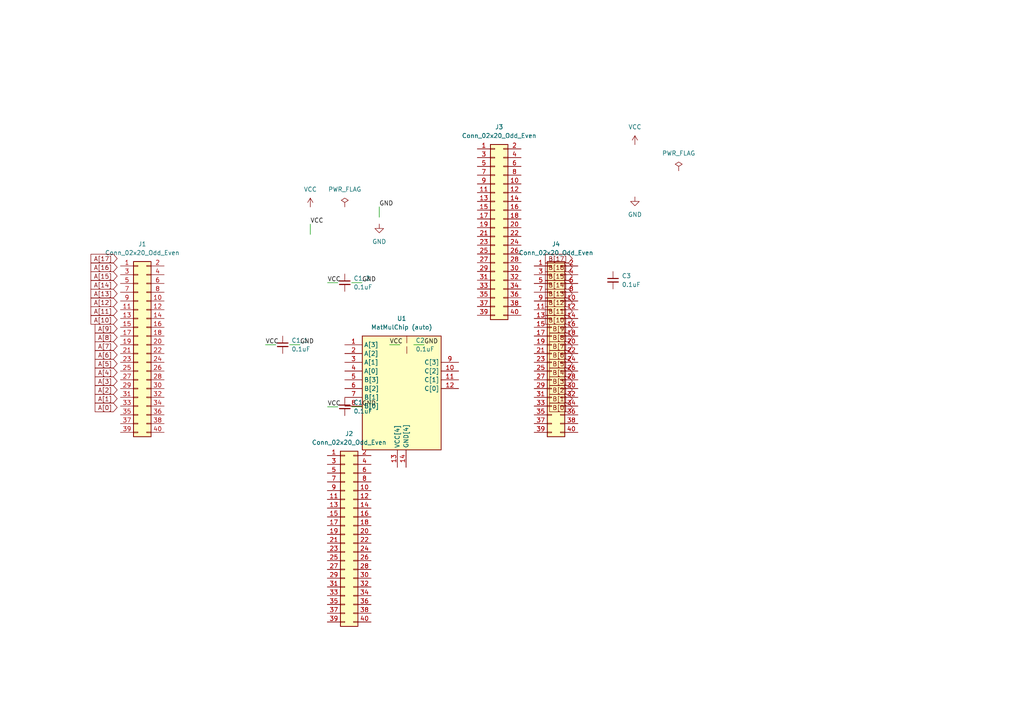
<source format=kicad_sch>
(kicad_sch (version 20250114) (generator "eeschema") (generator_version "9.0")
  (paper "A4")
  (title_block (title "MatMulChip Auto") (date "2025-08-17"))
  (lib_symbols
    (symbol "Connector_Generic:Conn_02x20_Odd_Even" (pin_names (offset 1.016) (hide yes))
      (property "Reference" "J" (at 1.27 25.4 0))
      (property "Value" "Conn_02x20_Odd_Even" (at 1.27 -27.94 0))
      (symbol "Conn_02x20_Odd_Even_1_1"
        (rectangle (start -1.27 24.13) (end 3.81 -26.67) (stroke (width 0.254)) (fill (type background)))
        (rectangle (start -1.27 22.987) (end 0 22.733) (stroke (width 0.1524)))
        (rectangle (start -1.27 20.447) (end 0 20.193) (stroke (width 0.1524)))
        (rectangle (start -1.27 17.907) (end 0 17.653) (stroke (width 0.1524)))
        (rectangle (start -1.27 15.367) (end 0 15.113) (stroke (width 0.1524)))
        (rectangle (start -1.27 12.827) (end 0 12.573) (stroke (width 0.1524)))
        (rectangle (start -1.27 10.287) (end 0 10.033) (stroke (width 0.1524)))
        (rectangle (start -1.27 7.747) (end 0 7.493) (stroke (width 0.1524)))
        (rectangle (start -1.27 5.207) (end 0 4.953) (stroke (width 0.1524)))
        (rectangle (start -1.27 2.667) (end 0 2.413) (stroke (width 0.1524)))
        (rectangle (start -1.27 0.127) (end 0 -0.127) (stroke (width 0.1524)))
        (rectangle (start -1.27 -2.413) (end 0 -2.667) (stroke (width 0.1524)))
        (rectangle (start -1.27 -4.953) (end 0 -5.207) (stroke (width 0.1524)))
        (rectangle (start -1.27 -7.493) (end 0 -7.747) (stroke (width 0.1524)))
        (rectangle (start -1.27 -10.033) (end 0 -10.287) (stroke (width 0.1524)))
        (rectangle (start -1.27 -12.573) (end 0 -12.827) (stroke (width 0.1524)))
        (rectangle (start -1.27 -15.113) (end 0 -15.367) (stroke (width 0.1524)))
        (rectangle (start -1.27 -17.653) (end 0 -17.907) (stroke (width 0.1524)))
        (rectangle (start -1.27 -20.193) (end 0 -20.447) (stroke (width 0.1524)))
        (rectangle (start -1.27 -22.733) (end 0 -22.987) (stroke (width 0.1524)))
        (rectangle (start -1.27 -25.273) (end 0 -25.527) (stroke (width 0.1524)))
        (rectangle (start 3.81 22.987) (end 2.54 22.733) (stroke (width 0.1524)))
        (rectangle (start 3.81 20.447) (end 2.54 20.193) (stroke (width 0.1524)))
        (rectangle (start 3.81 17.907) (end 2.54 17.653) (stroke (width 0.1524)))
        (rectangle (start 3.81 15.367) (end 2.54 15.113) (stroke (width 0.1524)))
        (rectangle (start 3.81 12.827) (end 2.54 12.573) (stroke (width 0.1524)))
        (rectangle (start 3.81 10.287) (end 2.54 10.033) (stroke (width 0.1524)))
        (rectangle (start 3.81 7.747) (end 2.54 7.493) (stroke (width 0.1524)))
        (rectangle (start 3.81 5.207) (end 2.54 4.953) (stroke (width 0.1524)))
        (rectangle (start 3.81 2.667) (end 2.54 2.413) (stroke (width 0.1524)))
        (rectangle (start 3.81 0.127) (end 2.54 -0.127) (stroke (width 0.1524)))
        (rectangle (start 3.81 -2.413) (end 2.54 -2.667) (stroke (width 0.1524)))
        (rectangle (start 3.81 -4.953) (end 2.54 -5.207) (stroke (width 0.1524)))
        (rectangle (start 3.81 -7.493) (end 2.54 -7.747) (stroke (width 0.1524)))
        (rectangle (start 3.81 -10.033) (end 2.54 -10.287) (stroke (width 0.1524)))
        (rectangle (start 3.81 -12.573) (end 2.54 -12.827) (stroke (width 0.1524)))
        (rectangle (start 3.81 -15.113) (end 2.54 -15.367) (stroke (width 0.1524)))
        (rectangle (start 3.81 -17.653) (end 2.54 -17.907) (stroke (width 0.1524)))
        (rectangle (start 3.81 -20.193) (end 2.54 -20.447) (stroke (width 0.1524)))
        (rectangle (start 3.81 -22.733) (end 2.54 -22.987) (stroke (width 0.1524)))
        (rectangle (start 3.81 -25.273) (end 2.54 -25.527) (stroke (width 0.1524)))
        (pin passive line (at -5.08 22.86 0) (length 3.81) (name "Pin_1") (number "1"))
        (pin passive line (at -5.08 20.32 0) (length 3.81) (name "Pin_3") (number "3"))
        (pin passive line (at -5.08 17.78 0) (length 3.81) (name "Pin_5") (number "5"))
        (pin passive line (at -5.08 15.24 0) (length 3.81) (name "Pin_7") (number "7"))
        (pin passive line (at -5.08 12.7 0) (length 3.81) (name "Pin_9") (number "9"))
        (pin passive line (at -5.08 10.16 0) (length 3.81) (name "Pin_11") (number "11"))
        (pin passive line (at -5.08 7.62 0) (length 3.81) (name "Pin_13") (number "13"))
        (pin passive line (at -5.08 5.08 0) (length 3.81) (name "Pin_15") (number "15"))
        (pin passive line (at -5.08 2.54 0) (length 3.81) (name "Pin_17") (number "17"))
        (pin passive line (at -5.08 0 0) (length 3.81) (name "Pin_19") (number "19"))
        (pin passive line (at -5.08 -2.54 0) (length 3.81) (name "Pin_21") (number "21"))
        (pin passive line (at -5.08 -5.08 0) (length 3.81) (name "Pin_23") (number "23"))
        (pin passive line (at -5.08 -7.62 0) (length 3.81) (name "Pin_25") (number "25"))
        (pin passive line (at -5.08 -10.16 0) (length 3.81) (name "Pin_27") (number "27"))
        (pin passive line (at -5.08 -12.7 0) (length 3.81) (name "Pin_29") (number "29"))
        (pin passive line (at -5.08 -15.24 0) (length 3.81) (name "Pin_31") (number "31"))
        (pin passive line (at -5.08 -17.78 0) (length 3.81) (name "Pin_33") (number "33"))
        (pin passive line (at -5.08 -20.32 0) (length 3.81) (name "Pin_35") (number "35"))
        (pin passive line (at -5.08 -22.86 0) (length 3.81) (name "Pin_37") (number "37"))
        (pin passive line (at -5.08 -25.4 0) (length 3.81) (name "Pin_39") (number "39"))
        (pin passive line (at 7.62 22.86 180) (length 3.81) (name "Pin_2") (number "2"))
        (pin passive line (at 7.62 20.32 180) (length 3.81) (name "Pin_4") (number "4"))
        (pin passive line (at 7.62 17.78 180) (length 3.81) (name "Pin_6") (number "6"))
        (pin passive line (at 7.62 15.24 180) (length 3.81) (name "Pin_8") (number "8"))
        (pin passive line (at 7.62 12.7 180) (length 3.81) (name "Pin_10") (number "10"))
        (pin passive line (at 7.62 10.16 180) (length 3.81) (name "Pin_12") (number "12"))
        (pin passive line (at 7.62 7.62 180) (length 3.81) (name "Pin_14") (number "14"))
        (pin passive line (at 7.62 5.08 180) (length 3.81) (name "Pin_16") (number "16"))
        (pin passive line (at 7.62 2.54 180) (length 3.81) (name "Pin_18") (number "18"))
        (pin passive line (at 7.62 0 180) (length 3.81) (name "Pin_20") (number "20"))
        (pin passive line (at 7.62 -2.54 180) (length 3.81) (name "Pin_22") (number "22"))
        (pin passive line (at 7.62 -5.08 180) (length 3.81) (name "Pin_24") (number "24"))
        (pin passive line (at 7.62 -7.62 180) (length 3.81) (name "Pin_26") (number "26"))
        (pin passive line (at 7.62 -10.16 180) (length 3.81) (name "Pin_28") (number "28"))
        (pin passive line (at 7.62 -12.7 180) (length 3.81) (name "Pin_30") (number "30"))
        (pin passive line (at 7.62 -15.24 180) (length 3.81) (name "Pin_32") (number "32"))
        (pin passive line (at 7.62 -17.78 180) (length 3.81) (name "Pin_34") (number "34"))
        (pin passive line (at 7.62 -20.32 180) (length 3.81) (name "Pin_36") (number "36"))
        (pin passive line (at 7.62 -22.86 180) (length 3.81) (name "Pin_38") (number "38"))
        (pin passive line (at 7.62 -25.4 180) (length 3.81) (name "Pin_40") (number "40"))
      )
    )
    (symbol "Device:C_Small" (pin_numbers (hide yes)) (pin_names (offset 0.254) (hide yes))
      (property "Reference" "C" (at 0.254 1.778 0))
      (property "Value" "C_Small" (at 0.254 -2.032 0))
      (symbol "C_Small_0_1"
        (polyline (pts (xy -1.524 0.508) (xy 1.524 0.508)) (stroke (width 0.3048)))
        (polyline (pts (xy -1.524 -0.508) (xy 1.524 -0.508)) (stroke (width 0.3302)))
      )
      (symbol "C_Small_1_1"
        (pin passive line (at 0 2.54 270) (length 2.032) (name "~") (number "1"))
        (pin passive line (at 0 -2.54 90) (length 2.032) (name "~") (number "2"))
      )
    )
    (symbol "MatMulChip"
      (property "Reference" "U" (at 5.08 6.35 0))
      (property "Value" "MatMulChip" (at 5.08 3.81 0))
      (symbol "MatMulChip_1_1"
        (rectangle (start 5.08 2.54) (end 27.94 -30.48) (stroke (width 0.254)) (fill (type background)))
        (pin input line (at 0 0 0) (length 5.08) (name "A[3]") (number "1"))
        (pin input line (at 0 -2.54 0) (length 5.08) (name "A[2]") (number "2"))
        (pin input line (at 0 -5.08 0) (length 5.08) (name "A[1]") (number "3"))
        (pin input line (at 0 -7.62 0) (length 5.08) (name "A[0]") (number "4"))
        (pin input line (at 0 -10.16 0) (length 5.08) (name "B[3]") (number "5"))
        (pin input line (at 0 -12.7 0) (length 5.08) (name "B[2]") (number "6"))
        (pin input line (at 0 -15.24 0) (length 5.08) (name "B[1]") (number "7"))
        (pin input line (at 0 -17.78 0) (length 5.08) (name "B[0]") (number "8"))
        (pin power_in line (at 15.24 -35.56 90) (length 5.08) (name "VCC[4]") (number "13"))
        (pin passive line (at 15.24 -35.56 90) (length 5.08) (hide yes) (name "VCC[4]") (number "15"))
        (pin passive line (at 15.24 -35.56 90) (length 5.08) (hide yes) (name "VCC[4]") (number "17"))
        (pin passive line (at 15.24 -35.56 90) (length 5.08) (hide yes) (name "VCC[4]") (number "19"))
        (pin power_in line (at 17.78 -35.56 90) (length 5.08) (name "GND[4]") (number "14"))
        (pin passive line (at 17.78 -35.56 90) (length 5.08) (hide yes) (name "GND[4]") (number "16"))
        (pin passive line (at 17.78 -35.56 90) (length 5.08) (hide yes) (name "GND[4]") (number "18"))
        (pin passive line (at 17.78 -35.56 90) (length 5.08) (hide yes) (name "GND[4]") (number "20"))
        (pin output line (at 33.02 -5.08 180) (length 5.08) (name "C[3]") (number "9"))
        (pin output line (at 33.02 -7.62 180) (length 5.08) (name "C[2]") (number "10"))
        (pin output line (at 33.02 -10.16 180) (length 5.08) (name "C[1]") (number "11"))
        (pin output line (at 33.02 -12.7 180) (length 5.08) (name "C[0]") (number "12"))
      )
    )
    (symbol "power:GND" (power) (pin_numbers (hide yes)) (pin_names (offset 0) (hide yes))
      (property "Value" "GND" (at 0 -3.81 0))
      (symbol "GND_0_1"
        (polyline (pts (xy 0 0) (xy 0 -1.27) (xy 1.27 -1.27) (xy 0 -2.54) (xy -1.27 -1.27) (xy 0 -1.27)))
      )
      (symbol "GND_1_1"
        (pin power_in line (at 0 0 270) (length 0) (name "~") (number "1"))
      )
    )
    (symbol "power:PWR_FLAG" (power) (pin_numbers (hide yes)) (pin_names (offset 0) (hide yes))
      (property "Value" "PWR_FLAG" (at 0 3.81 0))
      (symbol "PWR_FLAG_0_0"
        (pin power_out line (at 0 0 90) (length 0) (name "~") (number "1"))
      )
      (symbol "PWR_FLAG_0_1"
        (polyline (pts (xy 0 0) (xy 0 1.27) (xy -1.016 1.905) (xy 0 2.54) (xy 1.016 1.905) (xy 0 1.27)))
      )
    )
    (symbol "power:VCC" (power) (pin_numbers (hide yes)) (pin_names (offset 0) (hide yes))
      (property "Value" "VCC" (at 0 3.556 0))
      (symbol "VCC_0_1"
        (polyline (pts (xy -0.762 1.27) (xy 0 2.54)))
        (polyline (pts (xy 0 2.54) (xy 0.762 1.27)))
        (polyline (pts (xy 0 0) (xy 0 2.54)))
      )
      (symbol "VCC_1_1"
        (pin power_in line (at 0 0 90) (length 0) (name "~") (number "1"))
      )
    )
  )
  (wire (pts (xy 105 118) (xy 102 118)))
  (wire (pts (xy 123 100) (xy 120 100)))
  (wire (pts (xy 77 100) (xy 80 100)))
  (wire (pts (xy 90 65) (xy 90 68)))
  (wire (pts (xy 87 100) (xy 84 100)))
  (wire (pts (xy 95 118) (xy 98 118)))
  (wire (pts (xy 113 100) (xy 116 100)))
  (wire (pts (xy 110 60) (xy 110 63)))
  (wire (pts (xy 105 82) (xy 102 82)))
  (wire (pts (xy 95 82) (xy 98 82)))
  (label "VCC" (at 95 82 0))
  (label "GND" (at 87 100 0))
  (label "VCC" (at 113 100 0))
  (label "VCC" (at 77 100 0))
  (label "GND" (at 123 100 0))
  (label "GND" (at 105 82 0))
  (label "GND" (at 110 60 0))
  (label "VCC" (at 90 65 0))
  (label "VCC" (at 95 118 0))
  (label "GND" (at 105 118 0))
  (global_label "A[1]" (shape input) (at 34 115.64 180) (property "Intersheetrefs" "${INTERSHEET_REFS}" (effects (hide yes))))
  (global_label "A[15]" (shape input) (at 34 80.08 180) (property "Intersheetrefs" "${INTERSHEET_REFS}" (effects (hide yes))))
  (global_label "A[8]" (shape input) (at 34 97.86 180) (property "Intersheetrefs" "${INTERSHEET_REFS}" (effects (hide yes))))
  (global_label "B[12]" (shape input) (at 166 87.7 180) (property "Intersheetrefs" "${INTERSHEET_REFS}" (effects (hide yes))))
  (global_label "B[1]" (shape input) (at 166 115.64 180) (property "Intersheetrefs" "${INTERSHEET_REFS}" (effects (hide yes))))
  (global_label "A[9]" (shape input) (at 34 95.32 180) (property "Intersheetrefs" "${INTERSHEET_REFS}" (effects (hide yes))))
  (global_label "A[11]" (shape input) (at 34 90.24 180) (property "Intersheetrefs" "${INTERSHEET_REFS}" (effects (hide yes))))
  (global_label "A[7]" (shape input) (at 34 100.4 180) (property "Intersheetrefs" "${INTERSHEET_REFS}" (effects (hide yes))))
  (global_label "A[10]" (shape input) (at 34 92.78 180) (property "Intersheetrefs" "${INTERSHEET_REFS}" (effects (hide yes))))
  (global_label "B[7]" (shape input) (at 166 100.4 180) (property "Intersheetrefs" "${INTERSHEET_REFS}" (effects (hide yes))))
  (global_label "B[2]" (shape input) (at 166 113.1 180) (property "Intersheetrefs" "${INTERSHEET_REFS}" (effects (hide yes))))
  (global_label "A[5]" (shape input) (at 34 105.48 180) (property "Intersheetrefs" "${INTERSHEET_REFS}" (effects (hide yes))))
  (global_label "B[16]" (shape input) (at 166 77.54 180) (property "Intersheetrefs" "${INTERSHEET_REFS}" (effects (hide yes))))
  (global_label "B[6]" (shape input) (at 166 102.94 180) (property "Intersheetrefs" "${INTERSHEET_REFS}" (effects (hide yes))))
  (global_label "A[6]" (shape input) (at 34 102.94 180) (property "Intersheetrefs" "${INTERSHEET_REFS}" (effects (hide yes))))
  (global_label "A[17]" (shape input) (at 34 75 180) (property "Intersheetrefs" "${INTERSHEET_REFS}" (effects (hide yes))))
  (global_label "B[4]" (shape input) (at 166 108.02 180) (property "Intersheetrefs" "${INTERSHEET_REFS}" (effects (hide yes))))
  (global_label "B[11]" (shape input) (at 166 90.24 180) (property "Intersheetrefs" "${INTERSHEET_REFS}" (effects (hide yes))))
  (global_label "B[14]" (shape input) (at 166 82.62 180) (property "Intersheetrefs" "${INTERSHEET_REFS}" (effects (hide yes))))
  (global_label "A[4]" (shape input) (at 34 108.02 180) (property "Intersheetrefs" "${INTERSHEET_REFS}" (effects (hide yes))))
  (global_label "A[14]" (shape input) (at 34 82.62 180) (property "Intersheetrefs" "${INTERSHEET_REFS}" (effects (hide yes))))
  (global_label "A[2]" (shape input) (at 34 113.1 180) (property "Intersheetrefs" "${INTERSHEET_REFS}" (effects (hide yes))))
  (global_label "B[15]" (shape input) (at 166 80.08 180) (property "Intersheetrefs" "${INTERSHEET_REFS}" (effects (hide yes))))
  (global_label "A[3]" (shape input) (at 34 110.56 180) (property "Intersheetrefs" "${INTERSHEET_REFS}" (effects (hide yes))))
  (global_label "A[13]" (shape input) (at 34 85.16 180) (property "Intersheetrefs" "${INTERSHEET_REFS}" (effects (hide yes))))
  (global_label "B[0]" (shape input) (at 166 118.18 180) (property "Intersheetrefs" "${INTERSHEET_REFS}" (effects (hide yes))))
  (global_label "B[3]" (shape input) (at 166 110.56 180) (property "Intersheetrefs" "${INTERSHEET_REFS}" (effects (hide yes))))
  (global_label "B[8]" (shape input) (at 166 97.86 180) (property "Intersheetrefs" "${INTERSHEET_REFS}" (effects (hide yes))))
  (global_label "A[0]" (shape input) (at 34 118.18 180) (property "Intersheetrefs" "${INTERSHEET_REFS}" (effects (hide yes))))
  (global_label "B[9]" (shape input) (at 166 95.32 180) (property "Intersheetrefs" "${INTERSHEET_REFS}" (effects (hide yes))))
  (global_label "B[13]" (shape input) (at 166 85.16 180) (property "Intersheetrefs" "${INTERSHEET_REFS}" (effects (hide yes))))
  (global_label "B[17]" (shape input) (at 166 75 180) (property "Intersheetrefs" "${INTERSHEET_REFS}" (effects (hide yes))))
  (global_label "A[16]" (shape input) (at 34 77.54 180) (property "Intersheetrefs" "${INTERSHEET_REFS}" (effects (hide yes))))
  (global_label "B[10]" (shape input) (at 166 92.78 180) (property "Intersheetrefs" "${INTERSHEET_REFS}" (effects (hide yes))))
  (global_label "A[12]" (shape input) (at 34 87.7 180) (property "Intersheetrefs" "${INTERSHEET_REFS}" (effects (hide yes))))
  (global_label "B[5]" (shape input) (at 166 105.48 180) (property "Intersheetrefs" "${INTERSHEET_REFS}" (effects (hide yes))))
  (symbol (lib_id "power:GND") (at 110 65 0) (unit 1)
    (property "Reference" "#PWR02" (effects (hide yes)))
    (property "Value" "GND" (at 110 70.08 0))
    (property "Description" "Power symbol creates a global label with name \"GND\" , ground" (effects (hide yes)))
  )
  (symbol (lib_id "power:VCC") (at 184.15 41.91 0) (unit 1)
    (property "Reference" "#PWR03" (effects (hide yes)))
    (property "Value" "VCC" (at 184.15 36.83 0))
    (property "Description" "Power symbol creates a global label with name \"VCC\"" (effects (hide yes)))
  )
  (symbol (lib_id "Device:C_Small") (at 118 100 0) (unit 1)
    (property "Reference" "C2" (at 120.54 98.7362 0) (effects (justify left)))
    (property "Value" "0.1uF" (at 120.54 101.2762 0) (effects (justify left)))
    (property "Footprint" "Capacitor_SMD:C_0603_1608Metric" (effects (hide yes)))
    (property "Description" "Unpolarized capacitor, small symbol" (effects (hide yes)))
  )
  (symbol (lib_id "power:VCC") (at 90 60 0) (unit 1)
    (property "Reference" "#PWR01" (effects (hide yes)))
    (property "Value" "VCC" (at 90 54.92 0))
    (property "Description" "Power symbol creates a global label with name \"VCC\"" (effects (hide yes)))
  )
  (symbol (lib_id "power:PWR_FLAG") (at 100 60 0) (unit 1)
    (property "Reference" "#FLG01" (effects (hide yes)))
    (property "Value" "PWR_FLAG" (at 100 54.92 0))
    (property "Description" "Special symbol for telling ERC where power comes from" (effects (hide yes)))
  )
  (symbol (lib_id "Device:C_Small") (at 100 82 0) (unit 1)
    (property "Reference" "C1_2" (at 102.54 80.7362 0) (effects (justify left)))
    (property "Value" "0.1uF" (at 102.54 83.2762 0) (effects (justify left)))
    (property "Footprint" "Capacitor_SMD:C_0603_1608Metric" (effects (hide yes)))
    (property "Description" "Unpolarized capacitor, small symbol" (effects (hide yes)))
  )
  (symbol (lib_id "power:PWR_FLAG") (at 196.85 49.53 0) (unit 1)
    (property "Reference" "#FLG02" (effects (hide yes)))
    (property "Value" "PWR_FLAG" (at 196.85 44.45 0))
    (property "Description" "Special symbol for telling ERC where power comes from" (effects (hide yes)))
  )
  (symbol (lib_id "Connector_Generic:Conn_02x20_Odd_Even") (at 100 155 0) (unit 1)
    (property "Reference" "J2" (at 101.27 125.79 0))
    (property "Value" "Conn_02x20_Odd_Even" (at 101.27 128.33 0))
    (property "Footprint" "Connector_PinHeader_2.54mm:PinHeader_2x20_P2.54mm_Vertical" (effects (hide yes)))
    (property "Description" "Generic connector, double row, 02x20, odd/even pin numbering scheme (row 1 odd numbers, row 2 even numbers), script generated (kicad-library-utils/schlib/autogen/connector/)" (effects (hide yes)))
  )
  (symbol (lib_id "Connector_Generic:Conn_02x20_Odd_Even") (at 143.51 66.04 0) (unit 1)
    (property "Reference" "J3" (at 144.78 36.83 0))
    (property "Value" "Conn_02x20_Odd_Even" (at 144.78 39.37 0))
    (property "Footprint" "Connector_PinHeader_2.54mm:PinHeader_2x20_P2.54mm_Vertical" (effects (hide yes)))
    (property "Description" "Generic connector, double row, 02x20, odd/even pin numbering scheme (row 1 odd numbers, row 2 even numbers), script generated (kicad-library-utils/schlib/autogen/connector/)" (effects (hide yes)))
  )
  (symbol (lib_id "Device:C_Small") (at 82 100 0) (unit 1)
    (property "Reference" "C1_1" (at 84.54 98.7362 0) (effects (justify left)))
    (property "Value" "0.1uF" (at 84.54 101.2762 0) (effects (justify left)))
    (property "Footprint" "Capacitor_SMD:C_0603_1608Metric" (effects (hide yes)))
    (property "Description" "Unpolarized capacitor, small symbol" (effects (hide yes)))
  )
  (symbol (lib_id "Connector_Generic:Conn_02x20_Odd_Even") (at 40 100 0) (unit 1)
    (property "Reference" "J1" (at 41.27 70.79 0))
    (property "Value" "Conn_02x20_Odd_Even" (at 41.27 73.33 0))
    (property "Footprint" "Connector_PinHeader_2.54mm:PinHeader_2x20_P2.54mm_Vertical" (effects (hide yes)))
    (property "Description" "Generic connector, double row, 02x20, odd/even pin numbering scheme (row 1 odd numbers, row 2 even numbers), script generated (kicad-library-utils/schlib/autogen/connector/)" (effects (hide yes)))
  )
  (symbol (lib_id "Device:C_Small") (at 100 118 0) (unit 1)
    (property "Reference" "C1" (at 102.54 116.7362 0) (effects (justify left)))
    (property "Value" "0.1uF" (at 102.54 119.2762 0) (effects (justify left)))
    (property "Footprint" "Capacitor_SMD:C_0603_1608Metric" (effects (hide yes)))
    (property "Description" "Unpolarized capacitor, small symbol" (effects (hide yes)))
  )
  (symbol (lib_id "Connector_Generic:Conn_02x20_Odd_Even") (at 160 100 0) (unit 1)
    (property "Reference" "J4" (at 161.27 70.79 0))
    (property "Value" "Conn_02x20_Odd_Even" (at 161.27 73.33 0))
    (property "Footprint" "Connector_PinHeader_2.54mm:PinHeader_2x20_P2.54mm_Vertical" (effects (hide yes)))
    (property "Description" "Generic connector, double row, 02x20, odd/even pin numbering scheme (row 1 odd numbers, row 2 even numbers), script generated (kicad-library-utils/schlib/autogen/connector/)" (effects (hide yes)))
  )
  (symbol (lib_id "power:GND") (at 184.15 57.15 0) (unit 1)
    (property "Reference" "#PWR04" (effects (hide yes)))
    (property "Value" "GND" (at 184.15 62.23 0))
    (property "Description" "Power symbol creates a global label with name \"GND\" , ground" (effects (hide yes)))
  )
  (symbol (lib_id "MatMulChip") (at 100 100 0) (unit 1)
    (property "Reference" "U1" (at 116.51 92.38 0))
    (property "Value" "MatMulChip (auto)" (at 116.51 94.92 0))
    (property "Footprint" "Package_QFP:LQFP-100_14x14mm_P0.5mm" (effects (hide yes)))
  )
  (symbol (lib_id "Device:C_Small") (at 177.8 81.28 0) (unit 1)
    (property "Reference" "C3" (at 180.34 80.0162 0) (effects (justify left)))
    (property "Value" "0.1uF" (at 180.34 82.5562 0) (effects (justify left)))
    (property "Footprint" "Capacitor_SMD:C_0603_1608Metric" (effects (hide yes)))
    (property "Description" "Unpolarized capacitor, small symbol" (effects (hide yes)))
  )
)
</source>
